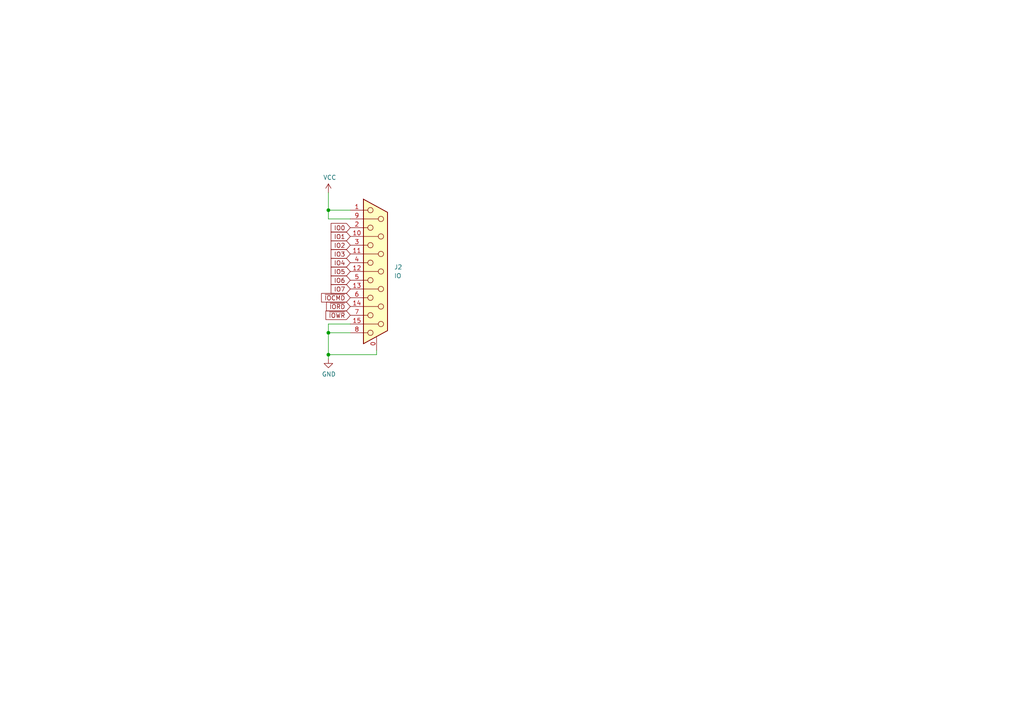
<source format=kicad_sch>
(kicad_sch (version 20230121) (generator eeschema)
  (paper "A4")
  (lib_symbols
    (symbol "Connector:DA15_Receptacle_MountingHoles" (pin_names (offset 1.016) hide)
      (property "Reference" "J" (at 0 24.13 0))
      (property "Value" "DA15_Receptacle_MountingHoles" (at 0 22.225 0))
      (symbol "DA15_Receptacle_MountingHoles_0_1"
        (circle (center -1.778 -17.78) (radius 0.762))
        (circle (center -1.778 -12.7) (radius 0.762))
        (circle (center -1.778 -7.62) (radius 0.762))
        (circle (center -1.778 -2.54) (radius 0.762))
        (circle (center -1.778 2.54) (radius 0.762))
        (circle (center -1.778 7.62) (radius 0.762))
        (circle (center -1.778 12.7) (radius 0.762))
        (circle (center -1.778 17.78) (radius 0.762))
        (polyline (pts (xy -3.81 -17.78) (xy -2.54 -17.78)))
        (polyline (pts (xy -3.81 -15.24) (xy 0.508 -15.24)))
        (polyline (pts (xy -3.81 -12.7) (xy -2.54 -12.7)))
        (polyline (pts (xy -3.81 -10.16) (xy 0.508 -10.16)))
        (polyline (pts (xy -3.81 -7.62) (xy -2.54 -7.62)))
        (polyline (pts (xy -3.81 -5.08) (xy 0.508 -5.08)))
        (polyline (pts (xy -3.81 -2.54) (xy -2.54 -2.54)))
        (polyline (pts (xy -3.81 0) (xy 0.508 0)))
        (polyline (pts (xy -3.81 2.54) (xy -2.54 2.54)))
        (polyline (pts (xy -3.81 5.08) (xy 0.508 5.08)))
        (polyline (pts (xy -3.81 7.62) (xy -2.54 7.62)))
        (polyline (pts (xy -3.81 10.16) (xy 0.508 10.16)))
        (polyline (pts (xy -3.81 12.7) (xy -2.54 12.7)))
        (polyline (pts (xy -3.81 15.24) (xy 0.508 15.24)))
        (polyline (pts (xy -3.81 17.78) (xy -2.54 17.78)))
        (polyline (pts (xy -3.81 20.955) (xy 3.175 17.145) (xy 3.175 -17.145) (xy -3.81 -20.955) (xy -3.81 20.955)) (stroke (width 0.254)) (fill (type background)))
        (circle (center 1.27 -15.24) (radius 0.762))
        (circle (center 1.27 -10.16) (radius 0.762))
        (circle (center 1.27 -5.08) (radius 0.762))
        (circle (center 1.27 0) (radius 0.762))
        (circle (center 1.27 5.08) (radius 0.762))
        (circle (center 1.27 10.16) (radius 0.762))
        (circle (center 1.27 15.24) (radius 0.762))
      )
      (symbol "DA15_Receptacle_MountingHoles_1_1"
        (pin passive line (at 0 -22.86 90) (length 3.81) (name "PAD") (number "0"))
        (pin passive line (at -7.62 17.78 0) (length 3.81) (name "1") (number "1"))
        (pin passive line (at -7.62 10.16 0) (length 3.81) (name "P10") (number "10"))
        (pin passive line (at -7.62 5.08 0) (length 3.81) (name "P111") (number "11"))
        (pin passive line (at -7.62 0 0) (length 3.81) (name "P12") (number "12"))
        (pin passive line (at -7.62 -5.08 0) (length 3.81) (name "P13") (number "13"))
        (pin passive line (at -7.62 -10.16 0) (length 3.81) (name "P14") (number "14"))
        (pin passive line (at -7.62 -15.24 0) (length 3.81) (name "P15") (number "15"))
        (pin passive line (at -7.62 12.7 0) (length 3.81) (name "2") (number "2"))
        (pin passive line (at -7.62 7.62 0) (length 3.81) (name "3") (number "3"))
        (pin passive line (at -7.62 2.54 0) (length 3.81) (name "4") (number "4"))
        (pin passive line (at -7.62 -2.54 0) (length 3.81) (name "5") (number "5"))
        (pin passive line (at -7.62 -7.62 0) (length 3.81) (name "6") (number "6"))
        (pin passive line (at -7.62 -12.7 0) (length 3.81) (name "7") (number "7"))
        (pin passive line (at -7.62 -17.78 0) (length 3.81) (name "8") (number "8"))
        (pin passive line (at -7.62 15.24 0) (length 3.81) (name "P9") (number "9"))
      )
    )
    (symbol "power:GND" (power) (pin_names (offset 0))
      (property "Value" "GND" (at 0 -3.81 0))
      (symbol "GND_0_1"
        (polyline (pts (xy 0 0) (xy 0 -1.27) (xy 1.27 -1.27) (xy 0 -2.54) (xy -1.27 -1.27) (xy 0 -1.27)))
      )
      (symbol "GND_1_1"
        (pin power_in line (at 0 0 270) (length 0) hide (name "GND") (number "1"))
      )
    )
    (symbol "power:VCC" (power) (pin_names (offset 0))
      (property "Value" "VCC" (at 0 3.81 0))
      (symbol "VCC_0_1"
        (polyline (pts (xy -0.762 1.27) (xy 0 2.54)))
        (polyline (pts (xy 0 0) (xy 0 2.54)))
        (polyline (pts (xy 0 2.54) (xy 0.762 1.27)))
      )
      (symbol "VCC_1_1"
        (pin power_in line (at 0 0 90) (length 0) hide (name "VCC") (number "1"))
      )
    )
  )
  (junction (at 95.25 102.87))
  (junction (at 95.25 96.52))
  (junction (at 95.25 60.96))
  (wire (pts (xy 95.25 96.52) (xy 95.25 93.98)))
  (wire (pts (xy 109.22 102.87) (xy 95.25 102.87)))
  (wire (pts (xy 95.25 96.52) (xy 101.6 96.52)))
  (wire (pts (xy 95.25 55.88) (xy 95.25 60.96)))
  (wire (pts (xy 95.25 104.14) (xy 95.25 102.87)))
  (wire (pts (xy 95.25 63.5) (xy 95.25 60.96)))
  (wire (pts (xy 101.6 63.5) (xy 95.25 63.5)))
  (wire (pts (xy 95.25 93.98) (xy 101.6 93.98)))
  (wire (pts (xy 95.25 60.96) (xy 101.6 60.96)))
  (wire (pts (xy 95.25 102.87) (xy 95.25 96.52)))
  (wire (pts (xy 109.22 101.6) (xy 109.22 102.87)))
  (global_label "IO7" (shape input) (at 101.6 83.82 180) (property "Intersheetrefs" "${INTERSHEET_REFS}" (effects hide)))
  (global_label "IO5" (shape input) (at 101.6 78.74 180) (property "Intersheetrefs" "${INTERSHEET_REFS}" (effects hide)))
  (global_label "IO6" (shape input) (at 101.6 81.28 180) (property "Intersheetrefs" "${INTERSHEET_REFS}" (effects hide)))
  (global_label "~{IOCMD}" (shape input) (at 101.6 86.36 180) (property "Intersheetrefs" "${INTERSHEET_REFS}" (effects hide)))
  (global_label "IO0" (shape input) (at 101.6 66.04 180) (property "Intersheetrefs" "${INTERSHEET_REFS}" (effects hide)))
  (global_label "IO2" (shape input) (at 101.6 71.12 180) (property "Intersheetrefs" "${INTERSHEET_REFS}" (effects hide)))
  (global_label "~{IORD}" (shape input) (at 101.6 88.9 180) (property "Intersheetrefs" "${INTERSHEET_REFS}" (effects hide)))
  (global_label "IO1" (shape input) (at 101.6 68.58 180) (property "Intersheetrefs" "${INTERSHEET_REFS}" (effects hide)))
  (global_label "IO3" (shape input) (at 101.6 73.66 180) (property "Intersheetrefs" "${INTERSHEET_REFS}" (effects hide)))
  (global_label "~{IOWR}" (shape input) (at 101.6 91.44 180) (property "Intersheetrefs" "${INTERSHEET_REFS}" (effects hide)))
  (global_label "IO4" (shape input) (at 101.6 76.2 180) (property "Intersheetrefs" "${INTERSHEET_REFS}" (effects hide)))
  (symbol (lib_id "power:GND") (at 95.25 104.14 0) (unit 1)
    (property "Reference" "#PWR02" (effects hide))
    (property "Value" "GND" (at 95.377 108.5342 0))
    (instances (project "terminal" (path "" (reference "#PWR02") (unit 1))) (project "q2a" (path "" (reference "#PWR?") (unit 1)) (path "" (reference "#PWR?") (unit 1)) (path "" (reference "#PWR?") (unit 1)) (path "" (reference "#PWR?") (unit 1)) (path "" (reference "#PWR?") (unit 1)) (path "" (reference "#PWR?") (unit 1)) (path "" (reference "#PWR?") (unit 1)) (path "" (reference "#PWR?") (unit 1)) (path "" (reference "#PWR?") (unit 1)) (path "" (reference "#PWR?") (unit 1)) (path "" (reference "#PWR095") (unit 1)) (path "" (reference "#PWR095") (unit 1)) (path "" (reference "#PWR?") (unit 1)) (path "" (reference "#PWR?") (unit 1))))
  )
  (symbol (lib_id "Connector:DA15_Receptacle_MountingHoles") (at 109.22 78.74 0) (unit 1)
    (property "Reference" "J2" (at 114.3 77.47 0) (effects (justify left)))
    (property "Value" "IO" (at 114.3 80.01 0) (effects (justify left)))
    (property "Footprint" "Connector_Dsub:DSUB-15_Female_Horizontal_P2.77x2.84mm_EdgePinOffset7.70mm_Housed_MountingHolesOffset9.12mm" (effects hide))
    (property "Datasheet" " ~" (effects hide))
    (instances (project "terminal" (path "" (reference "J2") (unit 1))) (project "q2a" (path "" (reference "J1") (unit 1)) (path "" (reference "J1") (unit 1))))
  )
  (symbol (lib_id "power:VCC") (at 95.25 55.88 0) (unit 1)
    (property "Reference" "#PWR01" (effects hide))
    (property "Value" "VCC" (at 95.631 51.4858 0))
    (instances (project "terminal" (path "" (reference "#PWR01") (unit 1))) (project "q2a" (path "" (reference "#PWR0103") (unit 1)) (path "" (reference "#PWR093") (unit 1))))
  )
)
</source>
